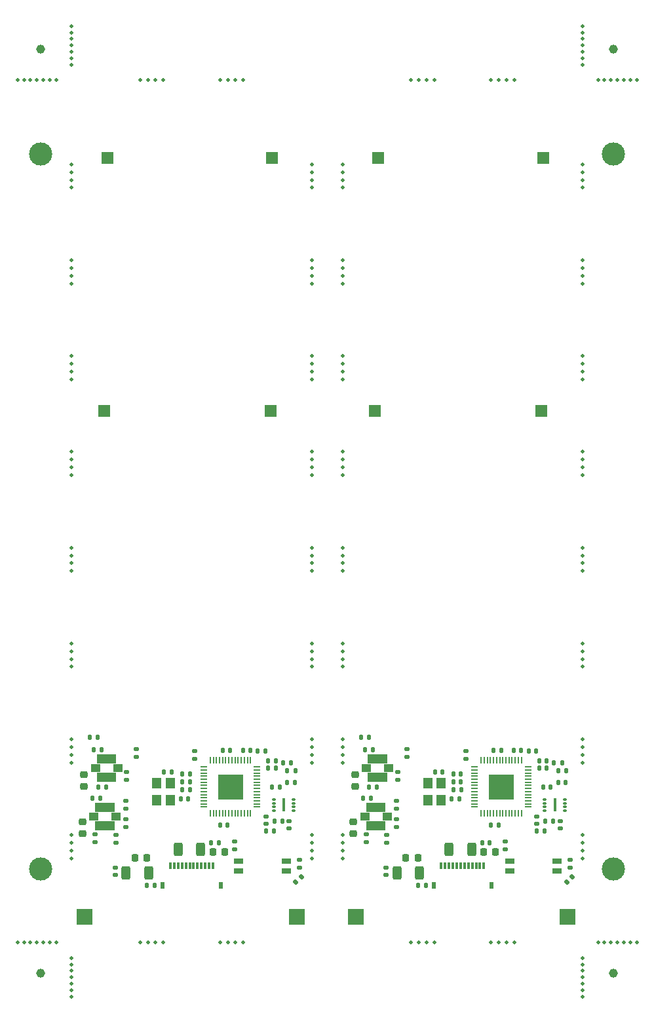
<source format=gbs>
G04 #@! TF.GenerationSoftware,KiCad,Pcbnew,8.0.1*
G04 #@! TF.CreationDate,2024-03-31T21:58:01-04:00*
G04 #@! TF.ProjectId,RGB-Panel,5247422d-5061-46e6-956c-2e6b69636164,V3.0*
G04 #@! TF.SameCoordinates,Original*
G04 #@! TF.FileFunction,Soldermask,Bot*
G04 #@! TF.FilePolarity,Negative*
%FSLAX46Y46*%
G04 Gerber Fmt 4.6, Leading zero omitted, Abs format (unit mm)*
G04 Created by KiCad (PCBNEW 8.0.1) date 2024-03-31 21:58:01*
%MOMM*%
%LPD*%
G01*
G04 APERTURE LIST*
G04 Aperture macros list*
%AMRoundRect*
0 Rectangle with rounded corners*
0 $1 Rounding radius*
0 $2 $3 $4 $5 $6 $7 $8 $9 X,Y pos of 4 corners*
0 Add a 4 corners polygon primitive as box body*
4,1,4,$2,$3,$4,$5,$6,$7,$8,$9,$2,$3,0*
0 Add four circle primitives for the rounded corners*
1,1,$1+$1,$2,$3*
1,1,$1+$1,$4,$5*
1,1,$1+$1,$6,$7*
1,1,$1+$1,$8,$9*
0 Add four rect primitives between the rounded corners*
20,1,$1+$1,$2,$3,$4,$5,0*
20,1,$1+$1,$4,$5,$6,$7,0*
20,1,$1+$1,$6,$7,$8,$9,0*
20,1,$1+$1,$8,$9,$2,$3,0*%
G04 Aperture macros list end*
%ADD10RoundRect,0.225000X-0.225000X-0.250000X0.225000X-0.250000X0.225000X0.250000X-0.225000X0.250000X0*%
%ADD11RoundRect,0.135000X0.185000X-0.135000X0.185000X0.135000X-0.185000X0.135000X-0.185000X-0.135000X0*%
%ADD12R,1.200000X1.400000*%
%ADD13RoundRect,0.013920X0.518080X0.218080X-0.518080X0.218080X-0.518080X-0.218080X0.518080X-0.218080X0*%
%ADD14RoundRect,0.013920X-0.218080X0.518080X-0.218080X-0.518080X0.218080X-0.518080X0.218080X0.518080X0*%
%ADD15RoundRect,0.250000X0.312500X0.625000X-0.312500X0.625000X-0.312500X-0.625000X0.312500X-0.625000X0*%
%ADD16RoundRect,0.135000X-0.135000X-0.185000X0.135000X-0.185000X0.135000X0.185000X-0.135000X0.185000X0*%
%ADD17RoundRect,0.147500X0.147500X0.172500X-0.147500X0.172500X-0.147500X-0.172500X0.147500X-0.172500X0*%
%ADD18RoundRect,0.135000X0.135000X0.185000X-0.135000X0.185000X-0.135000X-0.185000X0.135000X-0.185000X0*%
%ADD19R,1.250000X0.760000*%
%ADD20RoundRect,0.050000X0.150000X0.400000X-0.150000X0.400000X-0.150000X-0.400000X0.150000X-0.400000X0*%
%ADD21RoundRect,0.050000X0.200000X0.400000X-0.200000X0.400000X-0.200000X-0.400000X0.200000X-0.400000X0*%
%ADD22RoundRect,0.147500X-0.172500X0.147500X-0.172500X-0.147500X0.172500X-0.147500X0.172500X0.147500X0*%
%ADD23RoundRect,0.140000X-0.140000X-0.170000X0.140000X-0.170000X0.140000X0.170000X-0.140000X0.170000X0*%
%ADD24RoundRect,0.140000X0.140000X0.170000X-0.140000X0.170000X-0.140000X-0.170000X0.140000X-0.170000X0*%
%ADD25RoundRect,0.140000X-0.170000X0.140000X-0.170000X-0.140000X0.170000X-0.140000X0.170000X0.140000X0*%
%ADD26RoundRect,0.135000X-0.185000X0.135000X-0.185000X-0.135000X0.185000X-0.135000X0.185000X0.135000X0*%
%ADD27RoundRect,0.075000X-0.187500X-0.075000X0.187500X-0.075000X0.187500X0.075000X-0.187500X0.075000X0*%
%ADD28R,0.300000X1.700000*%
%ADD29C,3.000000*%
%ADD30RoundRect,0.225000X-0.250000X0.225000X-0.250000X-0.225000X0.250000X-0.225000X0.250000X0.225000X0*%
%ADD31RoundRect,0.050000X0.050000X-0.387500X0.050000X0.387500X-0.050000X0.387500X-0.050000X-0.387500X0*%
%ADD32RoundRect,0.050000X0.387500X-0.050000X0.387500X0.050000X-0.387500X0.050000X-0.387500X-0.050000X0*%
%ADD33R,3.200000X3.200000*%
%ADD34RoundRect,0.147500X0.017678X-0.226274X0.226274X-0.017678X-0.017678X0.226274X-0.226274X0.017678X0*%
%ADD35R,2.000000X2.000000*%
%ADD36R,1.500000X1.500000*%
%ADD37C,0.500000*%
%ADD38C,1.152000*%
G04 APERTURE END LIST*
D10*
X125225006Y-126700000D03*
X126775006Y-126700000D03*
D11*
X80350006Y-114413000D03*
X80350006Y-113393000D03*
D12*
X119714006Y-117835000D03*
X119714006Y-120035000D03*
X118014006Y-120035000D03*
X118014006Y-117835000D03*
D13*
X109865006Y-121845000D03*
D14*
X110300006Y-120910000D03*
X110800006Y-120910000D03*
X111300006Y-120910000D03*
X111800006Y-120910000D03*
X112300006Y-120910000D03*
D13*
X112735006Y-121845000D03*
X112735006Y-122345000D03*
D14*
X112300006Y-123280000D03*
X111800006Y-123280000D03*
X111300006Y-123280000D03*
X110800006Y-123280000D03*
X110300006Y-123280000D03*
D13*
X109865006Y-122345000D03*
D10*
X90225006Y-126700000D03*
X91775006Y-126700000D03*
D15*
X81932899Y-129389892D03*
X79007899Y-129389892D03*
D16*
X132110006Y-124020000D03*
X133130006Y-124020000D03*
D17*
X90985006Y-125500000D03*
X90015006Y-125500000D03*
D18*
X117742899Y-131049892D03*
X116722899Y-131049892D03*
D19*
X134742899Y-127879892D03*
X134742899Y-129149892D03*
X128592899Y-129149892D03*
X128592899Y-127879892D03*
D20*
X119750006Y-128500000D03*
X120250006Y-128500000D03*
X120750006Y-128500000D03*
X121250006Y-128500000D03*
X121750006Y-128500000D03*
X122250006Y-128500000D03*
X122750006Y-128500000D03*
X123250006Y-128500000D03*
X123750006Y-128500000D03*
X124250006Y-128500000D03*
X124750006Y-128500000D03*
X125250006Y-128500000D03*
D21*
X118750006Y-131000000D03*
X126250006Y-131000000D03*
D22*
X77622899Y-128709892D03*
X77622899Y-129679892D03*
D18*
X100880006Y-116223000D03*
X99860006Y-116223000D03*
D23*
X132900006Y-118315000D03*
X133860006Y-118315000D03*
X97900006Y-118315000D03*
X98860006Y-118315000D03*
D18*
X110392899Y-111879892D03*
X109372899Y-111879892D03*
D24*
X122060006Y-119800000D03*
X121100006Y-119800000D03*
D25*
X97100006Y-122100000D03*
X97100006Y-123060000D03*
D23*
X83940006Y-116350000D03*
X84900006Y-116350000D03*
D26*
X77692899Y-124479892D03*
X77692899Y-125499892D03*
D18*
X100340006Y-115173000D03*
X99320006Y-115173000D03*
D12*
X84714006Y-117835000D03*
X84714006Y-120035000D03*
X83014006Y-120035000D03*
X83014006Y-117835000D03*
D24*
X132000006Y-113643000D03*
X131040006Y-113643000D03*
X87060006Y-119800000D03*
X86100006Y-119800000D03*
D10*
X80172899Y-127459892D03*
X81722899Y-127459892D03*
D26*
X113970005Y-122495000D03*
X113970005Y-123515000D03*
D23*
X134840006Y-117743000D03*
X135800006Y-117743000D03*
D27*
X133120006Y-121393000D03*
X133120006Y-120893000D03*
X133120006Y-120393000D03*
X133120006Y-119893000D03*
X135695006Y-119893000D03*
X135695006Y-120393000D03*
X135695006Y-120893000D03*
X135695006Y-121393000D03*
D28*
X134407506Y-120643000D03*
D18*
X134220006Y-122684000D03*
X133200006Y-122684000D03*
D16*
X86290006Y-118625000D03*
X87310006Y-118625000D03*
D23*
X126520006Y-113550000D03*
X127480006Y-113550000D03*
X91172899Y-123199892D03*
X92132899Y-123199892D03*
X97400006Y-115900000D03*
X98360006Y-115900000D03*
X126172899Y-123199892D03*
X127132899Y-123199892D03*
D29*
X142000003Y-128899995D03*
D18*
X135340006Y-115173000D03*
X134320006Y-115173000D03*
D30*
X73600006Y-116700000D03*
X73600006Y-118250000D03*
D11*
X115350006Y-114413000D03*
X115350006Y-113393000D03*
D16*
X97110006Y-124020000D03*
X98130006Y-124020000D03*
D23*
X97400006Y-114893000D03*
X98360006Y-114893000D03*
D11*
X78970005Y-121095000D03*
X78970005Y-120075000D03*
D31*
X130100006Y-121737500D03*
X129700006Y-121737500D03*
X129300006Y-121737500D03*
X128900006Y-121737500D03*
X128500006Y-121737500D03*
X128100006Y-121737500D03*
X127700006Y-121737500D03*
X127300006Y-121737500D03*
X126900006Y-121737500D03*
X126500006Y-121737500D03*
X126100006Y-121737500D03*
X125700006Y-121737500D03*
X125300006Y-121737500D03*
X124900006Y-121737500D03*
D32*
X124062506Y-120900000D03*
X124062506Y-120500000D03*
X124062506Y-120100000D03*
X124062506Y-119700000D03*
X124062506Y-119300000D03*
X124062506Y-118900000D03*
X124062506Y-118500000D03*
X124062506Y-118100000D03*
X124062506Y-117700000D03*
X124062506Y-117300000D03*
X124062506Y-116900000D03*
X124062506Y-116500000D03*
X124062506Y-116100000D03*
X124062506Y-115700000D03*
D31*
X124900006Y-114862500D03*
X125300006Y-114862500D03*
X125700006Y-114862500D03*
X126100006Y-114862500D03*
X126500006Y-114862500D03*
X126900006Y-114862500D03*
X127300006Y-114862500D03*
X127700006Y-114862500D03*
X128100006Y-114862500D03*
X128500006Y-114862500D03*
X128900006Y-114862500D03*
X129300006Y-114862500D03*
X129700006Y-114862500D03*
X130100006Y-114862500D03*
D32*
X130937506Y-115700000D03*
X130937506Y-116100000D03*
X130937506Y-116500000D03*
X130937506Y-116900000D03*
X130937506Y-117300000D03*
X130937506Y-117700000D03*
X130937506Y-118100000D03*
X130937506Y-118500000D03*
X130937506Y-118900000D03*
X130937506Y-119300000D03*
X130937506Y-119700000D03*
X130937506Y-120100000D03*
X130937506Y-120500000D03*
X130937506Y-120900000D03*
D33*
X127500006Y-118300000D03*
D26*
X87900006Y-113680000D03*
X87900006Y-114700000D03*
D20*
X84750006Y-128500000D03*
X85250006Y-128500000D03*
X85750006Y-128500000D03*
X86250006Y-128500000D03*
X86750006Y-128500000D03*
X87250006Y-128500000D03*
X87750006Y-128500000D03*
X88250006Y-128500000D03*
X88750006Y-128500000D03*
X89250006Y-128500000D03*
X89750006Y-128500000D03*
X90250006Y-128500000D03*
D21*
X83750006Y-131000000D03*
X91250006Y-131000000D03*
D34*
X135957005Y-130585786D03*
X136642899Y-129899892D03*
D19*
X99742899Y-127879892D03*
X99742899Y-129149892D03*
X93592899Y-129149892D03*
X93592899Y-127879892D03*
D26*
X79100005Y-116399999D03*
X79100005Y-117419999D03*
D23*
X118940006Y-116350000D03*
X119900006Y-116350000D03*
D26*
X78970005Y-122495000D03*
X78970005Y-123515000D03*
D18*
X75662899Y-119719892D03*
X74642899Y-119719892D03*
D35*
X108692899Y-135049892D03*
D26*
X112692899Y-124479892D03*
X112692899Y-125499892D03*
X114100005Y-116399999D03*
X114100005Y-117419999D03*
D11*
X110042899Y-125419892D03*
X110042899Y-124399892D03*
D17*
X125985006Y-125500000D03*
X125015006Y-125500000D03*
D11*
X113970005Y-121095000D03*
X113970005Y-120075000D03*
D18*
X82742899Y-131049892D03*
X81722899Y-131049892D03*
X75392899Y-111879892D03*
X74372899Y-111879892D03*
D13*
X74865006Y-121845000D03*
D14*
X75300006Y-120910000D03*
X75800006Y-120910000D03*
X76300006Y-120910000D03*
X76800006Y-120910000D03*
X77300006Y-120910000D03*
D13*
X77735006Y-121845000D03*
X77735006Y-122345000D03*
D14*
X77300006Y-123280000D03*
X76800006Y-123280000D03*
X76300006Y-123280000D03*
X75800006Y-123280000D03*
X75300006Y-123280000D03*
D13*
X74865006Y-122345000D03*
D30*
X73370005Y-122795000D03*
X73370005Y-124345000D03*
D36*
X111192899Y-69749892D03*
D15*
X88662506Y-126360000D03*
X85737506Y-126360000D03*
D23*
X99840006Y-117743000D03*
X100800006Y-117743000D03*
D24*
X87260006Y-117600000D03*
X86300006Y-117600000D03*
D10*
X115172899Y-127459892D03*
X116722899Y-127459892D03*
D24*
X130080006Y-113550000D03*
X129120006Y-113550000D03*
D31*
X95100006Y-121737500D03*
X94700006Y-121737500D03*
X94300006Y-121737500D03*
X93900006Y-121737500D03*
X93500006Y-121737500D03*
X93100006Y-121737500D03*
X92700006Y-121737500D03*
X92300006Y-121737500D03*
X91900006Y-121737500D03*
X91500006Y-121737500D03*
X91100006Y-121737500D03*
X90700006Y-121737500D03*
X90300006Y-121737500D03*
X89900006Y-121737500D03*
D32*
X89062506Y-120900000D03*
X89062506Y-120500000D03*
X89062506Y-120100000D03*
X89062506Y-119700000D03*
X89062506Y-119300000D03*
X89062506Y-118900000D03*
X89062506Y-118500000D03*
X89062506Y-118100000D03*
X89062506Y-117700000D03*
X89062506Y-117300000D03*
X89062506Y-116900000D03*
X89062506Y-116500000D03*
X89062506Y-116100000D03*
X89062506Y-115700000D03*
D31*
X89900006Y-114862500D03*
X90300006Y-114862500D03*
X90700006Y-114862500D03*
X91100006Y-114862500D03*
X91500006Y-114862500D03*
X91900006Y-114862500D03*
X92300006Y-114862500D03*
X92700006Y-114862500D03*
X93100006Y-114862500D03*
X93500006Y-114862500D03*
X93900006Y-114862500D03*
X94300006Y-114862500D03*
X94700006Y-114862500D03*
X95100006Y-114862500D03*
D32*
X95937506Y-115700000D03*
X95937506Y-116100000D03*
X95937506Y-116500000D03*
X95937506Y-116900000D03*
X95937506Y-117300000D03*
X95937506Y-117700000D03*
X95937506Y-118100000D03*
X95937506Y-118500000D03*
X95937506Y-118900000D03*
X95937506Y-119300000D03*
X95937506Y-119700000D03*
X95937506Y-120100000D03*
X95937506Y-120500000D03*
X95937506Y-120900000D03*
D33*
X92500006Y-118300000D03*
D25*
X132100006Y-122100000D03*
X132100006Y-123060000D03*
D34*
X100957005Y-130585786D03*
X101642899Y-129899892D03*
D11*
X75042899Y-125419892D03*
X75042899Y-124399892D03*
D18*
X110900006Y-113500000D03*
X109880006Y-113500000D03*
D13*
X75065006Y-115650000D03*
D14*
X75500006Y-114715000D03*
X76000006Y-114715000D03*
X76500006Y-114715000D03*
X77000006Y-114715000D03*
X77500006Y-114715000D03*
D13*
X77935006Y-115650000D03*
X77935006Y-116150000D03*
D14*
X77500006Y-117085000D03*
X77000006Y-117085000D03*
X76500006Y-117085000D03*
X76000006Y-117085000D03*
X75500006Y-117085000D03*
D13*
X75065006Y-116150000D03*
D23*
X91520006Y-113550000D03*
X92480006Y-113550000D03*
D25*
X100100006Y-122704000D03*
X100100006Y-123664000D03*
D13*
X110065006Y-115650000D03*
D14*
X110500006Y-114715000D03*
X111000006Y-114715000D03*
X111500006Y-114715000D03*
X112000006Y-114715000D03*
X112500006Y-114715000D03*
D13*
X112935006Y-115650000D03*
X112935006Y-116150000D03*
D14*
X112500006Y-117085000D03*
X112000006Y-117085000D03*
X111500006Y-117085000D03*
X111000006Y-117085000D03*
X110500006Y-117085000D03*
D13*
X110065006Y-116150000D03*
D18*
X76460006Y-118320000D03*
X75440006Y-118320000D03*
D30*
X108600006Y-116700000D03*
X108600006Y-118250000D03*
D27*
X98120006Y-121393000D03*
X98120006Y-120893000D03*
X98120006Y-120393000D03*
X98120006Y-119893000D03*
X100695006Y-119893000D03*
X100695006Y-120393000D03*
X100695006Y-120893000D03*
X100695006Y-121393000D03*
D28*
X99407506Y-120643000D03*
D24*
X97000006Y-113643000D03*
X96040006Y-113643000D03*
D23*
X132400006Y-115900000D03*
X133360006Y-115900000D03*
D15*
X116932899Y-129389892D03*
X114007899Y-129389892D03*
D36*
X76192899Y-69749892D03*
D15*
X123662506Y-126360000D03*
X120737506Y-126360000D03*
D22*
X128032899Y-125369892D03*
X128032899Y-126339892D03*
D18*
X99220006Y-122684000D03*
X98200006Y-122684000D03*
D22*
X136392899Y-127749892D03*
X136392899Y-128719892D03*
D24*
X122260006Y-116625000D03*
X121300006Y-116625000D03*
D35*
X101092899Y-135049892D03*
D23*
X132400006Y-114893000D03*
X133360006Y-114893000D03*
D18*
X111460006Y-118320000D03*
X110440006Y-118320000D03*
D22*
X101392899Y-127749892D03*
X101392899Y-128719892D03*
D35*
X136092899Y-135049892D03*
D29*
X142000003Y-36500000D03*
X67999997Y-36500000D03*
D35*
X73692899Y-135049892D03*
D24*
X122260006Y-117600000D03*
X121300006Y-117600000D03*
D29*
X67999997Y-128899995D03*
D24*
X95080006Y-113550000D03*
X94120006Y-113550000D03*
D16*
X121290006Y-118625000D03*
X122310006Y-118625000D03*
D22*
X112622899Y-128709892D03*
X112622899Y-129679892D03*
D18*
X75900006Y-113500000D03*
X74880006Y-113500000D03*
D25*
X135100006Y-122704000D03*
X135100006Y-123664000D03*
D30*
X108370005Y-122795000D03*
X108370005Y-124345000D03*
D18*
X110662899Y-119719892D03*
X109642899Y-119719892D03*
X135880006Y-116223000D03*
X134860006Y-116223000D03*
D24*
X87260006Y-116625000D03*
X86300006Y-116625000D03*
D22*
X93032899Y-125369892D03*
X93032899Y-126339892D03*
D26*
X122900006Y-113680000D03*
X122900006Y-114700000D03*
D37*
X102999997Y-89388886D03*
X137999994Y-64633332D03*
X103000000Y-115144441D03*
X127166667Y-27000001D03*
X80833332Y-138399995D03*
X129166667Y-138399995D03*
X144166669Y-27000000D03*
X118833331Y-138399995D03*
X71999998Y-125522218D03*
X72000002Y-78011109D03*
X71999997Y-127522218D03*
X107000005Y-38877777D03*
X128166667Y-138399995D03*
X71999997Y-141233328D03*
X71999997Y-22500000D03*
X102999991Y-37877777D03*
X71999997Y-144566661D03*
X72000002Y-75011109D03*
X102999995Y-76011109D03*
X138000002Y-141233328D03*
D38*
X67999997Y-23000000D03*
D37*
X103000000Y-114144441D03*
X72000006Y-38877777D03*
X107000000Y-88388886D03*
X102999995Y-75011109D03*
X107000000Y-90388886D03*
X137999995Y-76011109D03*
X137999998Y-99766663D03*
X106999996Y-126522218D03*
X102999998Y-99766663D03*
X102999994Y-65633332D03*
X71999997Y-142899995D03*
X72000000Y-99766663D03*
X72000003Y-63633332D03*
X83833332Y-138399995D03*
X71999999Y-115144441D03*
X72000001Y-90388886D03*
X102999995Y-78011109D03*
X144166669Y-138399996D03*
X72000000Y-100766663D03*
X72000003Y-62633332D03*
X72000006Y-37877777D03*
X137999992Y-51255554D03*
X72000001Y-87388886D03*
X64999997Y-138399996D03*
X107000001Y-76011109D03*
X66666664Y-27000000D03*
X127166667Y-138399995D03*
X71999999Y-114144441D03*
X71999998Y-124522218D03*
X107000003Y-53255554D03*
X102999991Y-39877777D03*
X71999997Y-20833334D03*
X80833332Y-27000000D03*
X69999997Y-138399996D03*
D36*
X132892899Y-37049892D03*
D37*
X137999999Y-112144441D03*
X140000003Y-138399996D03*
X106999998Y-114144441D03*
X82833332Y-27000000D03*
X71999997Y-142066661D03*
X94166667Y-27000001D03*
X138000001Y-126522218D03*
X71999997Y-140399995D03*
X71999999Y-112144441D03*
X106999998Y-115144441D03*
X103000001Y-127522218D03*
X138000000Y-114144441D03*
X141666669Y-138399996D03*
X117833331Y-138399995D03*
X71999997Y-143733328D03*
X102999993Y-53255554D03*
X107000004Y-39877777D03*
X138000002Y-144566661D03*
X72000005Y-40877777D03*
X107000003Y-51255554D03*
X102999992Y-50255554D03*
X115833331Y-27000000D03*
X138000001Y-125522218D03*
X137999998Y-102766663D03*
X72000003Y-65633332D03*
X106999997Y-124522218D03*
X137999994Y-63633332D03*
X106999999Y-102766663D03*
X137999994Y-65633332D03*
X83833332Y-27000000D03*
X107000002Y-64633332D03*
X145000003Y-27000000D03*
X126166667Y-27000001D03*
X107000003Y-52255554D03*
X72000004Y-50255554D03*
X137999991Y-38877777D03*
X138000001Y-124522218D03*
X82833332Y-138399995D03*
X72000001Y-88388886D03*
X137999992Y-50255554D03*
X102999991Y-40877777D03*
X72000002Y-76011109D03*
X81833332Y-27000000D03*
X102999994Y-64633332D03*
X92166667Y-27000001D03*
X69166664Y-138399996D03*
X72000004Y-52255554D03*
X71999997Y-21666667D03*
X106999999Y-101766663D03*
X71999997Y-145399995D03*
X138000001Y-127522218D03*
X116833331Y-27000000D03*
X137999991Y-39877777D03*
X138000002Y-20833334D03*
D38*
X142000003Y-23000000D03*
D37*
X138000002Y-23333334D03*
X102999995Y-77011109D03*
X140833336Y-27000000D03*
X103000001Y-126522218D03*
X71999997Y-24166667D03*
X128166667Y-27000001D03*
X102999991Y-38877777D03*
X102999997Y-90388886D03*
X69999997Y-27000000D03*
X140000003Y-27000000D03*
X137999997Y-88388886D03*
D36*
X111592899Y-37049892D03*
D37*
X107000005Y-37877777D03*
X102999999Y-112144441D03*
X102999997Y-88388886D03*
X137999991Y-40877777D03*
X107000001Y-77011109D03*
X102999997Y-87388886D03*
X68333331Y-27000000D03*
X65833331Y-138399996D03*
X143333336Y-27000000D03*
X65833331Y-27000000D03*
X107000001Y-75011109D03*
X107000002Y-65633332D03*
X118833331Y-27000000D03*
X138000002Y-21666667D03*
X72000004Y-53255554D03*
X72000002Y-77011109D03*
X68333331Y-138399996D03*
X107000000Y-87388886D03*
X72000004Y-51255554D03*
X137999998Y-100766663D03*
X142500003Y-27000000D03*
X107000002Y-63633332D03*
X102999994Y-63633332D03*
X138000002Y-143733328D03*
X107000004Y-40877777D03*
X102999998Y-100766663D03*
X72000001Y-89388886D03*
D36*
X76592899Y-37049892D03*
D37*
X106999998Y-113144441D03*
X71999997Y-126522218D03*
X138000002Y-25000000D03*
X107000001Y-78011109D03*
X141666669Y-27000000D03*
D38*
X67999997Y-142399995D03*
D37*
X138000002Y-22500000D03*
D36*
X97692899Y-69749892D03*
D37*
X138000000Y-113144441D03*
X103000001Y-125522218D03*
X72000000Y-102766663D03*
X81833332Y-138399995D03*
X107000000Y-89388886D03*
X102999994Y-62633332D03*
X91166667Y-27000001D03*
X137999991Y-37877777D03*
X107000002Y-62633332D03*
X138000002Y-142899995D03*
X106999999Y-100766663D03*
X137999998Y-101766663D03*
X72000005Y-39877777D03*
X115833331Y-138399995D03*
X138000002Y-24166667D03*
X106999996Y-127522218D03*
X69166664Y-27000000D03*
X137999997Y-89388886D03*
X138000002Y-142066661D03*
X138000002Y-20000000D03*
X138000002Y-140399995D03*
X71999997Y-20000000D03*
X106999997Y-125522218D03*
X92166667Y-138399995D03*
X72000000Y-101766663D03*
X138000002Y-145399995D03*
X91166667Y-138399995D03*
X103000001Y-124522218D03*
X67499997Y-138399996D03*
X137999992Y-52255554D03*
X137999995Y-75011109D03*
X117833331Y-27000000D03*
X107000003Y-50255554D03*
X106999998Y-112144441D03*
X138000000Y-115144441D03*
X93166667Y-138399995D03*
X129166667Y-27000001D03*
D38*
X142000003Y-142399995D03*
D37*
X143333336Y-138399996D03*
X67499997Y-27000000D03*
X145000003Y-138399996D03*
X137999995Y-78011109D03*
X72000003Y-64633332D03*
X71999997Y-23333334D03*
X102999992Y-52255554D03*
X137999994Y-62633332D03*
X126166667Y-138399995D03*
X66666664Y-138399996D03*
X137999995Y-77011109D03*
X137999997Y-90388886D03*
X64999997Y-27000000D03*
X137999997Y-87388886D03*
X140833336Y-138399996D03*
X137999993Y-53255554D03*
X71999997Y-25000000D03*
X102999998Y-101766663D03*
X93166667Y-27000001D03*
X103000000Y-113144441D03*
X106999999Y-99766663D03*
X102999998Y-102766663D03*
X116833331Y-138399995D03*
D36*
X97892899Y-37049892D03*
D37*
X71999999Y-113144441D03*
X94166667Y-138399995D03*
X142500003Y-138399996D03*
D36*
X132692899Y-69749892D03*
D37*
X102999992Y-51255554D03*
M02*

</source>
